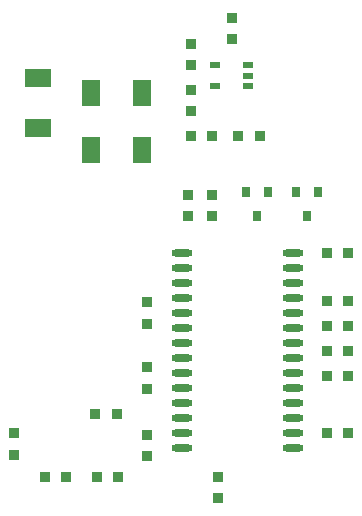
<source format=gtp>
G04 Layer_Color=8421504*
%FSLAX44Y44*%
%MOMM*%
G71*
G01*
G75*
%ADD10R,0.9000X0.9000*%
%ADD11R,0.9000X0.9000*%
%ADD12R,2.3000X1.5200*%
%ADD13R,1.5200X2.3000*%
%ADD14R,0.8000X0.9000*%
%ADD15O,1.8000X0.6000*%
%ADD16R,0.9500X0.5500*%
D10*
X182000Y176000D02*
D03*
Y194000D02*
D03*
Y249000D02*
D03*
Y231000D02*
D03*
X242000Y83000D02*
D03*
Y101000D02*
D03*
X69000Y138000D02*
D03*
Y120000D02*
D03*
X182000Y136500D02*
D03*
Y118500D02*
D03*
X216000Y340000D02*
D03*
Y322000D02*
D03*
X237000Y322000D02*
D03*
Y340000D02*
D03*
X219000Y429000D02*
D03*
Y411000D02*
D03*
Y468000D02*
D03*
Y450000D02*
D03*
X254000Y472000D02*
D03*
Y490000D02*
D03*
D11*
X157000Y101000D02*
D03*
X139000D02*
D03*
X352000Y290500D02*
D03*
X334000D02*
D03*
X156000Y154250D02*
D03*
X138000D02*
D03*
X352000Y187000D02*
D03*
X334000D02*
D03*
X352000Y208000D02*
D03*
X334000D02*
D03*
X95000Y101000D02*
D03*
X113000D02*
D03*
X334000Y138000D02*
D03*
X352000D02*
D03*
X334000Y250000D02*
D03*
X352000D02*
D03*
X219000Y390000D02*
D03*
X237000D02*
D03*
X259000D02*
D03*
X277000D02*
D03*
X352000Y229000D02*
D03*
X334000D02*
D03*
D12*
X89000Y439000D02*
D03*
Y396300D02*
D03*
D13*
X177000Y378000D02*
D03*
X134300D02*
D03*
X177000Y426000D02*
D03*
X134300D02*
D03*
D14*
X317000Y322000D02*
D03*
X307500Y342000D02*
D03*
X326500D02*
D03*
X275000Y322000D02*
D03*
X265500Y342000D02*
D03*
X284500D02*
D03*
D15*
X305000Y125450D02*
D03*
Y138150D02*
D03*
Y150850D02*
D03*
Y163550D02*
D03*
Y176250D02*
D03*
Y188950D02*
D03*
Y201650D02*
D03*
Y214350D02*
D03*
Y227050D02*
D03*
Y239750D02*
D03*
Y252450D02*
D03*
Y265150D02*
D03*
Y277850D02*
D03*
Y290550D02*
D03*
X211000Y125450D02*
D03*
Y138150D02*
D03*
Y150850D02*
D03*
Y163550D02*
D03*
Y176250D02*
D03*
Y188950D02*
D03*
Y201650D02*
D03*
Y214350D02*
D03*
Y227050D02*
D03*
Y239750D02*
D03*
Y252450D02*
D03*
Y265150D02*
D03*
Y277850D02*
D03*
Y290550D02*
D03*
D16*
X266750Y432000D02*
D03*
Y441000D02*
D03*
Y450000D02*
D03*
X239250D02*
D03*
Y432000D02*
D03*
M02*

</source>
